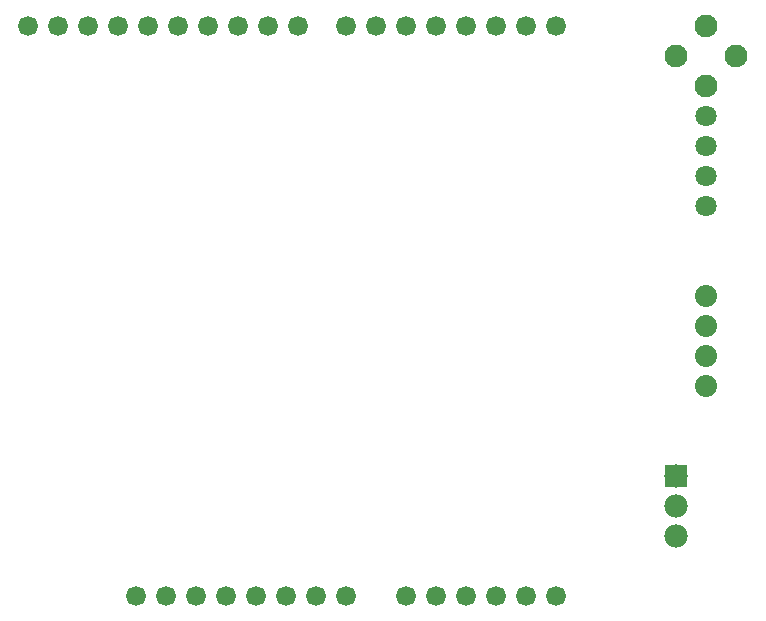
<source format=gtl>
G04 MADE WITH FRITZING*
G04 WWW.FRITZING.ORG*
G04 DOUBLE SIDED*
G04 HOLES PLATED*
G04 CONTOUR ON CENTER OF CONTOUR VECTOR*
%ASAXBY*%
%FSLAX23Y23*%
%MOIN*%
%OFA0B0*%
%SFA1.0B1.0*%
%ADD10C,0.078000*%
%ADD11C,0.066194*%
%ADD12C,0.066222*%
%ADD13C,0.076000*%
%ADD14C,0.071000*%
%ADD15C,0.070972*%
%ADD16C,0.073889*%
%ADD17R,0.078000X0.078000*%
%LNCOPPER1*%
G90*
G70*
G54D10*
X2944Y633D03*
X2944Y533D03*
X2944Y433D03*
G54D11*
X2144Y233D03*
X2244Y233D03*
X2344Y233D03*
X2444Y233D03*
X2544Y233D03*
G54D12*
X1684Y2133D03*
X1584Y2133D03*
X1484Y2133D03*
X1384Y2133D03*
X1284Y2133D03*
X1184Y2133D03*
X1084Y2133D03*
X984Y2133D03*
X884Y2133D03*
X784Y2133D03*
X2544Y2133D03*
X2444Y2133D03*
X2344Y2133D03*
X2244Y2133D03*
X2144Y2133D03*
X2044Y2133D03*
X1944Y2133D03*
X1844Y2133D03*
G54D11*
X1244Y233D03*
X1144Y233D03*
X1344Y233D03*
X1444Y233D03*
X1544Y233D03*
X1644Y233D03*
X1744Y233D03*
X1844Y233D03*
X2044Y233D03*
G54D13*
X3144Y2033D03*
X2944Y2033D03*
X3044Y1933D03*
X3044Y2133D03*
X3144Y2033D03*
X2944Y2033D03*
X3044Y1933D03*
X3044Y2133D03*
G54D14*
X3044Y1833D03*
X3044Y1733D03*
G54D15*
X3044Y1633D03*
X3044Y1533D03*
G54D16*
X3044Y933D03*
X3044Y1033D03*
X3044Y1133D03*
X3044Y1233D03*
G54D17*
X2944Y633D03*
G04 End of Copper1*
M02*
</source>
